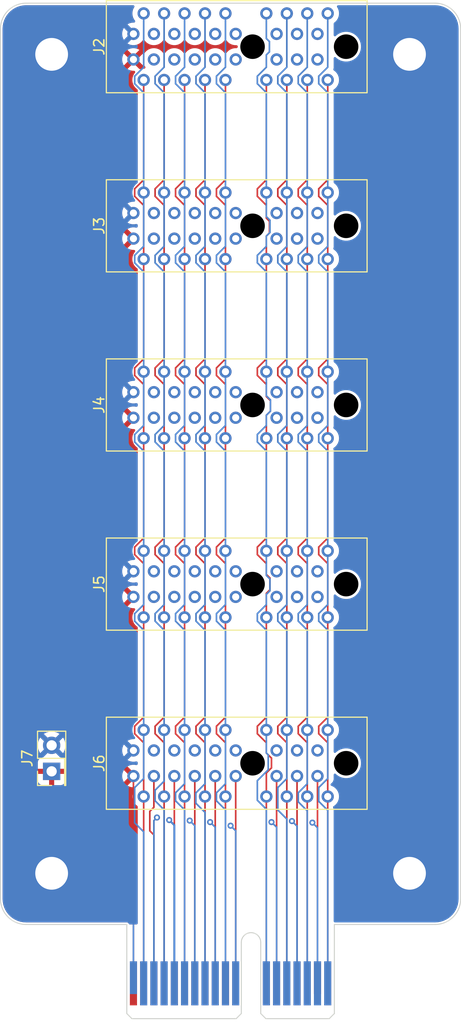
<source format=kicad_pcb>
(kicad_pcb (version 20241229) (generator "pcbnew") (generator_version "9.0")
  (layers (0 "F.Cu" signal) (4 "In1.Cu" signal) (6 "In2.Cu" signal) (2 "B.Cu" signal) (13 "F.Paste" user) (15 "B.Paste" user) (5 "F.SilkS" user "F.Silkscreen") (7 "B.SilkS" user "B.Silkscreen") (1 "F.Mask" user) (3 "B.Mask" user) (25 "Edge.Cuts" user))
  (net 0 "")
  (net 1 "/A14")
  (net 2 "/A7")
  (net 3 "/A1")
  (net 4 "/A15")
  (net 5 "/A11")
  (net 6 "/A3")
  (net 7 "/A6")
  (net 8 "/A10")
  (net 9 "/A9")
  (net 10 "/A12")
  (net 11 "/A4")
  (net 12 "/A2")
  (net 13 "/A8")
  (net 14 "/A0")
  (net 15 "/A13")
  (net 16 "/A5")
  (net 17 "/D1")
  (net 18 "/D4")
  (net 19 "/RST")
  (net 20 "+5V")
  (net 21 "/D2")
  (net 22 "/D3")
  (net 23 "/INT")
  (net 24 "/D0")
  (net 25 "/D7")
  (net 26 "GND")
  (net 27 "/D5")
  (net 28 "/extra")
  (net 29 "/D6")
  (net 30 "/WAIT")
  (net 31 "/IORQ")
  (net 32 "/MREQ")
  (net 33 "/RD")
  (net 34 "/WR")
  (net 35 "/BUSACK")
  (net 36 "/BUSRQ")
  (footprint "PCI-E:PCI-E36P" (layer "F.Cu") (at 152.15 51.75)
    (property "Reference" "J3")
    (property "Value" "3")
  )
  (footprint "PCI-E:PCI-E36P" (layer "F.Cu") (at 152.15 104.25)
    (property "Reference" "J6")
    (property "Value" "6")
  )
  (footprint "MountingHole:MountingHole_3.2mm_M3_Pad" (layer "F.Cu") (at 132.5 115)
    (property "Reference" "H1" (hide yes))
    (property "Value" "MountingHole_Pad" (hide yes))
  )
  (footprint "MountingHole:MountingHole_3.2mm_M3_Pad" (layer "F.Cu") (at 132.5 35)
    (property "Reference" "H4" (hide yes))
    (property "Value" "MountingHole_Pad" (hide yes))
  )
  (footprint "MountingHole:MountingHole_3.2mm_M3_Pad" (layer "F.Cu") (at 167.5 35)
    (property "Reference" "H3" (hide yes))
    (property "Value" "MountingHole_Pad" (hide yes))
  )
  (footprint "PCI-E:PCI-E36P" (layer "F.Cu") (at 152.15 34.25)
    (property "Reference" "J2")
    (property "Value" "2")
  )
  (footprint "PCI-E:PCI-E36P" (layer "F.Cu") (at 152.15 69.25)
    (property "Reference" "J4")
    (property "Value" "4")
  )
  (footprint "MountingHole:MountingHole_3.2mm_M3_Pad" (layer "F.Cu") (at 167.5 115)
    (property "Reference" "H2" (hide yes))
    (property "Value" "MountingHole_Pad" (hide yes))
  )
  (footprint "Connector_PCBEdge:BUS_PCIexpress_x1" (layer "F.Cu") (at 140.5 125.75)
    (property "Reference" "J1" (hide yes))
    (property "Value" "1" (hide yes))
    (fp_line (start -0.65 -4.95) (end -0.65 2.95) (stroke (width 0.1)) (layer "Edge.Cuts"))
    (fp_line (start -0.65 2.95) (end -0.15 3.45) (stroke (width 0.1)) (layer "Edge.Cuts"))
    (fp_line (start -0.15 3.45) (end 10.05 3.45) (stroke (width 0.1)) (layer "Edge.Cuts"))
    (fp_line (start 10.55 -4) (end 10.55 2.95) (stroke (width 0.1)) (layer "Edge.Cuts"))
    (fp_line (start 10.55 2.95) (end 10.05 3.45) (stroke (width 0.1)) (layer "Edge.Cuts"))
    (fp_line (start 12.45 -4) (end 12.45 2.95) (stroke (width 0.1)) (layer "Edge.Cuts"))
    (fp_line (start 12.45 2.95) (end 12.95 3.45) (stroke (width 0.1)) (layer "Edge.Cuts"))
    (fp_line (start 12.95 3.45) (end 19.15 3.45) (stroke (width 0.1)) (layer "Edge.Cuts"))
    (fp_line (start 19.65 -4.95) (end 19.65 2.95) (stroke (width 0.1)) (layer "Edge.Cuts"))
    (fp_line (start 19.65 2.95) (end 19.15 3.45) (stroke (width 0.1)) (layer "Edge.Cuts"))
    (fp_arc (start 10.55 -4) (mid 11.5 -4.95) (end 12.45 -4) (stroke (width 0.1)) (layer "Edge.Cuts"))
  )
  (footprint "Connector_PinHeader_2.54mm:PinHeader_2x01_P2.54mm_Vertical" (layer "F.Cu") (at 132.5 105.04 90)
    (property "Reference" "J7")
    (property "Value" "Conn_01x02")
  )
  (footprint "PCI-E:PCI-E36P" (layer "F.Cu") (at 152.15 86.75)
    (property "Reference" "J5")
    (property "Value" "5")
  )
  (gr_arc (start 170 30) (mid 171.767767 30.732233) (end 172.5 32.5) (stroke (width 0.1)) (layer "Edge.Cuts"))
  (gr_line (start 127.5 32.5) (end 127.5 117.5) (stroke (width 0.1)) (layer "Edge.Cuts"))
  (gr_arc (start 130 120) (mid 128.232233 119.267767) (end 127.5 117.5) (stroke (width 0.1)) (layer "Edge.Cuts"))
  (gr_line (start 139.85 120.8) (end 139.85 120) (stroke (width 0.1)) (layer "Edge.Cuts"))
  (gr_arc (start 127.5 32.5) (mid 128.232233 30.732233) (end 130 30) (stroke (width 0.1)) (layer "Edge.Cuts"))
  (gr_arc (start 172.5 117.5) (mid 171.767767 119.267767) (end 170 120) (stroke (width 0.1)) (layer "Edge.Cuts"))
  (gr_line (start 170 120) (end 160.15 120) (stroke (width 0.1)) (layer "Edge.Cuts"))
  (gr_line (start 160.15 120) (end 160.15 120.8) (stroke (width 0.1)) (layer "Edge.Cuts"))
  (gr_line (start 170 30) (end 130 30) (stroke (width 0.1)) (layer "Edge.Cuts"))
  (gr_line (start 172.5 117.5) (end 172.5 32.5) (stroke (width 0.1)) (layer "Edge.Cuts"))
  (gr_line (start 130 120) (end 139.85 120) (stroke (width 0.1)) (layer "Edge.Cuts"))
  (segment (start 156.619 101.364923) (end 156.619 100.635077) (width 0.16) (layer "F.Cu") (net 1))
  (segment (start 157.5 49.745923) (end 156.619 48.864923) (width 0.16) (layer "F.Cu") (net 1))
  (segment (start 157.5 47.254077) (end 157.5 37.5) (width 0.16) (layer "F.Cu") (net 1))
  (segment (start 156.619 100.635077) (end 157.5 99.754077) (width 0.16) (layer "F.Cu") (net 1))
  (segment (start 157.5 107.5) (end 157.5 125.75) (width 0.16) (layer "F.Cu") (net 1))
  (segment (start 156.619 48.135077) (end 157.5 47.254077) (width 0.16) (layer "F.Cu") (net 1))
  (segment (start 156.619 65.635077) (end 157.5 64.754077) (width 0.16) (layer "F.Cu") (net 1))
  (segment (start 157.5 107.5) (end 157.5 102.245923) (width 0.16) (layer "F.Cu") (net 1))
  (segment (start 156.619 83.135077) (end 157.5 82.254077) (width 0.16) (layer "F.Cu") (net 1))
  (segment (start 157.5 99.754077) (end 157.5 90) (width 0.16) (layer "F.Cu") (net 1))
  (segment (start 156.619 48.864923) (end 156.619 48.135077) (width 0.16) (layer "F.Cu") (net 1))
  (segment (start 157.5 84.745923) (end 156.619 83.864923) (width 0.16) (layer "F.Cu") (net 1))
  (segment (start 157.5 90) (end 157.5 84.745923) (width 0.16) (layer "F.Cu") (net 1))
  (segment (start 157.5 67.245923) (end 156.619 66.364923) (width 0.16) (layer "F.Cu") (net 1))
  (segment (start 156.619 83.864923) (end 156.619 83.135077) (width 0.16) (layer "F.Cu") (net 1))
  (segment (start 157.5 72.5) (end 157.5 67.245923) (width 0.16) (layer "F.Cu") (net 1))
  (segment (start 157.5 82.254077) (end 157.5 72.5) (width 0.16) (layer "F.Cu") (net 1))
  (segment (start 157.5 64.754077) (end 157.5 55) (width 0.16) (layer "F.Cu") (net 1))
  (segment (start 157.5 55) (end 157.5 49.745923) (width 0.16) (layer "F.Cu") (net 1))
  (segment (start 156.619 66.364923) (end 156.619 65.635077) (width 0.16) (layer "F.Cu") (net 1))
  (segment (start 157.5 102.245923) (end 156.619 101.364923) (width 0.16) (layer "F.Cu") (net 1))
  (segment (start 148.5 125.75) (end 148.5 105.5) (width 0.16) (layer "F.Cu") (net 2))
  (segment (start 142.1 108.95) (end 142.1 110.85) (width 0.16) (layer "F.Cu") (net 3))
  (segment (start 142.5 108.55) (end 142.1 108.95) (width 0.16) (layer "F.Cu") (net 3))
  (segment (start 142.1 110.85) (end 142.5 111.25) (width 0.16) (layer "F.Cu") (net 3))
  (segment (start 142.5 105.5) (end 142.5 108.55) (width 0.16) (layer "F.Cu") (net 3))
  (segment (start 142.5 111.25) (end 142.5 125.75) (width 0.16) (layer "F.Cu") (net 3))
  (segment (start 158.5 125.2) (end 158.5 105.5) (width 0.16) (layer "F.Cu") (net 4))
  (segment (start 154.5 105.5) (end 154.5 125.75) (width 0.16) (layer "F.Cu") (net 5))
  (segment (start 144.5 125.75) (end 144.5 105.5) (width 0.16) (layer "F.Cu") (net 6))
  (segment (start 147.5 82.254077) (end 147.5 72.5) (width 0.16) (layer "F.Cu") (net 7))
  (segment (start 146.619 101.364923) (end 146.619 100.635077) (width 0.16) (layer "F.Cu") (net 7))
  (segment (start 146.619 83.864923) (end 146.619 83.135077) (width 0.16) (layer "F.Cu") (net 7))
  (segment (start 147.5 72.5) (end 147.5 67.245923) (width 0.16) (layer "F.Cu") (net 7))
  (segment (start 146.619 48.135077) (end 147.5 47.254077) (width 0.16) (layer "F.Cu") (net 7))
  (segment (start 147.5 64.754077) (end 147.5 55) (width 0.16) (layer "F.Cu") (net 7))
  (segment (start 147.5 99.754077) (end 147.5 90) (width 0.16) (layer "F.Cu") (net 7))
  (segment (start 147.5 90) (end 147.5 84.745923) (width 0.16) (layer "F.Cu") (net 7))
  (segment (start 146.619 100.635077) (end 147.5 99.754077) (width 0.16) (layer "F.Cu") (net 7))
  (segment (start 147.5 107.5) (end 147.5 125.75) (width 0.16) (layer "F.Cu") (net 7))
  (segment (start 147.5 107.5) (end 147.5 102.245923) (width 0.16) (layer "F.Cu") (net 7))
  (segment (start 147.5 67.245923) (end 146.619 66.364923) (width 0.16) (layer "F.Cu") (net 7))
  (segment (start 147.5 47.254077) (end 147.5 37.5) (width 0.16) (layer "F.Cu") (net 7))
  (segment (start 146.619 65.635077) (end 147.5 64.754077) (width 0.16) (layer "F.Cu") (net 7))
  (segment (start 146.619 83.135077) (end 147.5 82.254077) (width 0.16) (layer "F.Cu") (net 7))
  (segment (start 147.5 55) (end 147.5 49.745923) (width 0.16) (layer "F.Cu") (net 7))
  (segment (start 146.619 66.364923) (end 146.619 65.635077) (width 0.16) (layer "F.Cu") (net 7))
  (segment (start 146.619 48.864923) (end 146.619 48.135077) (width 0.16) (layer "F.Cu") (net 7))
  (segment (start 147.5 102.245923) (end 146.619 101.364923) (width 0.16) (layer "F.Cu") (net 7))
  (segment (start 147.5 49.745923) (end 146.619 48.864923) (width 0.16) (layer "F.Cu") (net 7))
  (segment (start 147.5 84.745923) (end 146.619 83.864923) (width 0.16) (layer "F.Cu") (net 7))
  (segment (start 152.619 65.635077) (end 152.619 66.364923) (width 0.16) (layer "F.Cu") (net 8))
  (segment (start 154 103.75) (end 153.5 103.25) (width 0.16) (layer "F.Cu") (net 8))
  (segment (start 153.9 68.8) (end 153.9 69.854077) (width 0.16) (layer "F.Cu") (net 8))
  (segment (start 152.619 48.864923) (end 153.5 49.745923) (width 0.16) (layer "F.Cu") (net 8))
  (segment (start 153.5 55) (end 153.5 64.754077) (width 0.16) (layer "F.Cu") (net 8))
  (segment (start 153.5 52.75) (end 153.5 55) (width 0.16) (layer "F.Cu") (net 8))
  (segment (start 153.85 87.3) (end 153.5 87.65) (width 0.16) (layer "F.Cu") (net 8))
  (segment (start 153.5 70.254077) (end 153.5 72.5) (width 0.16) (layer "F.Cu") (net 8))
  (segment (start 153.5 49.745923) (end 153.5 51) (width 0.16) (layer "F.Cu") (net 8))
  (segment (start 153.5 37.5) (end 153.5 47.254077) (width 0.16) (layer "F.Cu") (net 8))
  (segment (start 152.619 100.635077) (end 153.5 99.754077) (width 0.16) (layer "F.Cu") (net 8))
  (segment (start 153.85 86.15) (end 153.5 85.8) (width 0.16) (layer "F.Cu") (net 8))
  (segment (start 153.5 67.245923) (end 153.5 68.429182) (width 0.16) (layer "F.Cu") (net 8))
  (segment (start 153.5 107.5) (end 153.5 105.2) (width 0.16) (layer "F.Cu") (net 8))
  (segment (start 154 104.7) (end 154 103.75) (width 0.16) (layer "F.Cu") (net 8))
  (segment (start 153.5 105.2) (end 154 104.7) (width 0.16) (layer "F.Cu") (net 8))
  (segment (start 152.619 83.864923) (end 152.619 83.135077) (width 0.16) (layer "F.Cu") (net 8))
  (segment (start 153.5 82.254077) (end 153.5 72.5) (width 0.16) (layer "F.Cu") (net 8))
  (segment (start 153.5 68.429182) (end 153.870818 68.8) (width 0.16) (layer "F.Cu") (net 8))
  (segment (start 153.9 69.854077) (end 153.5 70.254077) (width 0.16) (layer "F.Cu") (net 8))
  (segment (start 153.5 99.754077) (end 153.5 90) (width 0.16) (layer "F.Cu") (net 8))
  (segment (start 153.85 86.15) (end 153.85 87.3) (width 0.16) (layer "F.Cu") (net 8))
  (segment (start 153.5 47.254077) (end 152.619 48.135077) (width 0.16) (layer "F.Cu") (net 8))
  (segment (start 153.8 52.45) (end 153.5 52.75) (width 0.16) (layer "F.Cu") (net 8))
  (segment (start 152.619 101.364923) (end 152.619 100.635077) (width 0.16) (layer "F.Cu") (net 8))
  (segment (start 153.5 102.245923) (end 152.619 101.364923) (width 0.16) (layer "F.Cu") (net 8))
  (segment (start 153.5 85.8) (end 153.5 84.745923) (width 0.16) (layer "F.Cu") (net 8))
  (segment (start 153.5 84.745923) (end 152.619 83.864923) (width 0.16) (layer "F.Cu") (net 8))
  (segment (start 153.8 52.45) (end 153.8 51.3) (width 0.16) (layer "F.Cu") (net 8))
  (segment (start 153.8 51.3) (end 153.5 51) (width 0.16) (layer "F.Cu") (net 8))
  (segment (start 153.5 103.25) (end 153.5 102.245923) (width 0.16) (layer "F.Cu") (net 8))
  (segment (start 153.870818 68.8) (end 153.9 68.8) (width 0.16) (layer "F.Cu") (net 8))
  (segment (start 153.5 90) (end 153.5 87.65) (width 0.16) (layer "F.Cu") (net 8))
  (segment (start 152.619 66.364923) (end 153.5 67.245923) (width 0.16) (layer "F.Cu") (net 8))
  (segment (start 152.619 83.135077) (end 153.5 82.254077) (width 0.16) (layer "F.Cu") (net 8))
  (segment (start 153.5 64.754077) (end 152.619 65.635077) (width 0.16) (layer "F.Cu") (net 8))
  (segment (start 153.5 107.5) (end 153.5 125.75) (width 0.16) (layer "F.Cu") (net 8))
  (segment (start 152.619 48.135077) (end 152.619 48.864923) (width 0.16) (layer "F.Cu") (net 8))
  (segment (start 150.5 125.75) (end 150.5 105.5) (width 0.16) (layer "F.Cu") (net 9))
  (segment (start 155.5 47.254077) (end 155.5 37.5) (width 0.16) (layer "F.Cu") (net 10))
  (segment (start 154.619 65.635077) (end 155.5 64.754077) (width 0.16) (layer "F.Cu") (net 10))
  (segment (start 155.5 125.75) (end 155.5 107.5) (width 0.16) (layer "F.Cu") (net 10))
  (segment (start 155.5 102.245923) (end 154.619 101.364923) (width 0.16) (layer "F.Cu") (net 10))
  (segment (start 155.5 72.5) (end 155.5 67.245923) (width 0.16) (layer "F.Cu") (net 10))
  (segment (start 154.619 48.135077) (end 155.5 47.254077) (width 0.16) (layer "F.Cu") (net 10))
  (segment (start 155.5 90) (end 155.5 84.745923) (width 0.16) (layer "F.Cu") (net 10))
  (segment (start 155.5 67.245923) (end 154.619 66.364923) (width 0.16) (layer "F.Cu") (net 10))
  (segment (start 155.5 84.745923) (end 154.619 83.864923) (width 0.16) (layer "F.Cu") (net 10))
  (segment (start 155.5 55) (end 155.5 49.745923) (width 0.16) (layer "F.Cu") (net 10))
  (segment (start 154.619 101.364923) (end 154.619 100.635077) (width 0.16) (layer "F.Cu") (net 10))
  (segment (start 155.5 107.5) (end 155.5 102.245923) (width 0.16) (layer "F.Cu") (net 10))
  (segment (start 154.619 100.635077) (end 155.5 99.754077) (width 0.16) (layer "F.Cu") (net 10))
  (segment (start 155.5 99.754077) (end 155.5 90) (width 0.16) (layer "F.Cu") (net 10))
  (segment (start 154.619 83.135077) (end 155.5 82.254077) (width 0.16) (layer "F.Cu") (net 10))
  (segment (start 154.619 66.364923) (end 154.619 65.635077) (width 0.16) (layer "F.Cu") (net 10))
  (segment (start 155.5 49.745923) (end 154.619 48.864923) (width 0.16) (layer "F.Cu") (net 10))
  (segment (start 155.5 82.254077) (end 155.5 72.5) (width 0.16) (layer "F.Cu") (net 10))
  (segment (start 154.619 48.864923) (end 154.619 48.135077) (width 0.16) (layer "F.Cu") (net 10))
  (segment (start 155.5 64.754077) (end 155.5 55) (width 0.16) (layer "F.Cu") (net 10))
  (segment (start 154.619 83.864923) (end 154.619 83.135077) (width 0.16) (layer "F.Cu") (net 10))
  (segment (start 145.5 55) (end 145.5 49.745923) (width 0.16) (layer "F.Cu") (net 11))
  (segment (start 144.619 101.364923) (end 144.619 100.635077) (width 0.16) (layer "F.Cu") (net 11))
  (segment (start 145.5 102.245923) (end 144.619 101.364923) (width 0.16) (layer "F.Cu") (net 11))
  (segment (start 144.619 65.635077) (end 145.5 64.754077) (width 0.16) (layer "F.Cu") (net 11))
  (segment (start 145.5 49.745923) (end 144.619 48.864923) (width 0.16) (layer "F.Cu") (net 11))
  (segment (start 145.5 99.754077) (end 145.5 90) (width 0.16) (layer "F.Cu") (net 11))
  (segment (start 145.5 64.754077) (end 145.5 55) (width 0.16) (layer "F.Cu") (net 11))
  (segment (start 145.5 84.745923) (end 144.619 83.864923) (width 0.16) (layer "F.Cu") (net 11))
  (segment (start 145.5 67.245923) (end 144.619 66.364923) (width 0.16) (layer "F.Cu") (net 11))
  (segment (start 145.5 47.254077) (end 145.5 37.5) (width 0.16) (layer "F.Cu") (net 11))
  (segment (start 144.619 83.864923) (end 144.619 83.135077) (width 0.16) (layer "F.Cu") (net 11))
  (segment (start 145.5 125.75) (end 145.5 107.5) (width 0.16) (layer "F.Cu") (net 11))
  (segment (start 144.619 48.135077) (end 145.5 47.254077) (width 0.16) (layer "F.Cu") (net 11))
  (segment (start 144.619 66.364923) (end 144.619 65.635077) (width 0.16) (layer "F.Cu") (net 11))
  (segment (start 145.5 107.5) (end 145.5 102.245923) (width 0.16) (layer "F.Cu") (net 11))
  (segment (start 144.619 100.635077) (end 145.5 99.754077) (width 0.16) (layer "F.Cu") (net 11))
  (segment (start 145.5 90) (end 145.5 84.745923) (width 0.16) (layer "F.Cu") (net 11))
  (segment (start 145.5 72.5) (end 145.5 67.245923) (width 0.16) (layer "F.Cu") (net 11))
  (segment (start 144.619 48.864923) (end 144.619 48.135077) (width 0.16) (layer "F.Cu") (net 11))
  (segment (start 145.5 82.254077) (end 145.5 72.5) (width 0.16) (layer "F.Cu") (net 11))
  (segment (start 144.619 83.135077) (end 145.5 82.254077) (width 0.16) (layer "F.Cu") (net 11))
  (segment (start 143.5 90) (end 143.5 84.745923) (width 0.16) (layer "F.Cu") (net 12))
  (segment (start 143.5 72.5) (end 143.5 67.245923) (width 0.16) (layer "F.Cu") (net 12))
  (segment (start 143.5 107.5) (end 143.5 125.75) (width 0.16) (layer "F.Cu") (net 12))
  (segment (start 142.619 66.364923) (end 142.619 65.635077) (width 0.16) (layer "F.Cu") (net 12))
  (segment (start 143.5 107.5) (end 143.5 102.245923) (width 0.16) (layer "F.Cu") (net 12))
  (segment (start 143.5 99.754077) (end 143.5 90) (width 0.16) (layer "F.Cu") (net 12))
  (segment (start 142.619 48.135077) (end 143.5 47.254077) (width 0.16) (layer "F.Cu") (net 12))
  (segment (start 143.5 55) (end 143.5 49.745923) (width 0.16) (layer "F.Cu") (net 12))
  (segment (start 143.5 47.254077) (end 143.5 37.5) (width 0.16) (layer "F.Cu") (net 12))
  (segment (start 143.5 64.754077) (end 143.5 55) (width 0.16) (layer "F.Cu") (net 12))
  (segment (start 143.5 84.745923) (end 142.619 83.864923) (width 0.16) (layer "F.Cu") (net 12))
  (segment (start 142.619 83.864923) (end 142.619 83.135077) (width 0.16) (layer "F.Cu") (net 12))
  (segment (start 143.5 49.745923) (end 142.619 48.864923) (width 0.16) (layer "F.Cu") (net 12))
  (segment (start 143.5 82.254077) (end 143.5 72.5) (width 0.16) (layer "F.Cu") (net 12))
  (segment (start 142.619 48.864923) (end 142.619 48.135077) (width 0.16) (layer "F.Cu") (net 12))
  (segment (start 142.619 101.364923) (end 142.619 100.635077) (width 0.16) (layer "F.Cu") (net 12))
  (segment (start 142.619 83.135077) (end 143.5 82.254077) (width 0.16) (layer "F.Cu") (net 12))
  (segment (start 143.5 102.245923) (end 142.619 101.364923) (width 0.16) (layer "F.Cu") (net 12))
  (segment (start 142.619 100.635077) (end 143.5 99.754077) (width 0.16) (layer "F.Cu") (net 12))
  (segment (start 143.5 67.245923) (end 142.619 66.364923) (width 0.16) (layer "F.Cu") (net 12))
  (segment (start 142.619 65.635077) (end 143.5 64.754077) (width 0.16) (layer "F.Cu") (net 12))
  (segment (start 149.5 67.245923) (end 148.619 66.364923) (width 0.16) (layer "F.Cu") (net 13))
  (segment (start 148.619 83.864923) (end 148.619 83.135077) (width 0.16) (layer "F.Cu") (net 13))
  (segment (start 149.5 64.754077) (end 149.5 55) (width 0.16) (layer "F.Cu") (net 13))
  (segment (start 149.5 49.745923) (end 148.619 48.864923) (width 0.16) (layer "F.Cu") (net 13))
  (segment (start 149.5 82.254077) (end 149.5 72.5) (width 0.16) (layer "F.Cu") (net 13))
  (segment (start 149.5 55) (end 149.5 49.745923) (width 0.16) (layer "F.Cu") (net 13))
  (segment (start 148.619 66.364923) (end 148.619 65.635077) (width 0.16) (layer "F.Cu") (net 13))
  (segment (start 149.5 99.754077) (end 149.5 90) (width 0.16) (layer "F.Cu") (net 13))
  (segment (start 148.619 100.635077) (end 149.5 99.754077) (width 0.16) (layer "F.Cu") (net 13))
  (segment (start 149.5 102.245923) (end 148.619 101.364923) (width 0.16) (layer "F.Cu") (net 13))
  (segment (start 149.5 125.75) (end 149.5 107.5) (width 0.16) (layer "F.Cu") (net 13))
  (segment (start 149.5 90) (end 149.5 84.745923) (width 0.16) (layer "F.Cu") (net 13))
  (segment (start 149.5 84.745923) (end 148.619 83.864923) (width 0.16) (layer "F.Cu") (net 13))
  (segment (start 149.5 47.254077) (end 149.5 37.5) (width 0.16) (layer "F.Cu") (net 13))
  (segment (start 148.619 83.135077) (end 149.5 82.254077) (width 0.16) (layer "F.Cu") (net 13))
  (segment (start 149.5 107.5) (end 149.5 102.245923) (width 0.16) (layer "F.Cu") (net 13))
  (segment (start 148.619 48.864923) (end 148.619 48.135077) (width 0.16) (layer "F.Cu") (net 13))
  (segment (start 148.619 48.135077) (end 149.5 47.254077) (width 0.16) (layer "F.Cu") (net 13))
  (segment (start 148.619 65.635077) (end 149.5 64.754077) (width 0.16) (layer "F.Cu") (net 13))
  (segment (start 148.619 101.364923) (end 148.619 100.635077) (width 0.16) (layer "F.Cu") (net 13))
  (segment (start 149.5 72.5) (end 149.5 67.245923) (width 0.16) (layer "F.Cu") (net 13))
  (segment (start 141.5 49.745923) (end 140.619 48.864923) (width 0.16) (layer "F.Cu") (net 14))
  (segment (start 141.5 47.254077) (end 141.5 37.5) (width 0.16) (layer "F.Cu") (net 14))
  (segment (start 141.5 82.254077) (end 141.5 72.5) (width 0.16) (layer "F.Cu") (net 14))
  (segment (start 141.5 125.75) (end 141.5 107.5) (width 0.16) (layer "F.Cu") (net 14))
  (segment (start 141.5 107.5) (end 141.5 102.245923) (width 0.16) (layer "F.Cu") (net 14))
  (segment (start 140.619 101.364923) (end 140.619 100.635077) (width 0.16) (layer "F.Cu") (net 14))
  (segment (start 141.5 64.754077) (end 141.5 55) (width 0.16) (layer "F.Cu") (net 14))
  (segment (start 140.619 66.364923) (end 140.619 65.635077) (width 0.16) (layer "F.Cu") (net 14))
  (segment (start 141.5 55) (end 141.5 49.745923) (width 0.16) (layer "F.Cu") (net 14))
  (segment (start 140.619 100.635077) (end 141.5 99.754077) (width 0.16) (layer "F.Cu") (net 14))
  (segment (start 141.5 84.745923) (end 140.619 83.864923) (width 0.16) (layer "F.Cu") (net 14))
  (segment (start 140.619 83.135077) (end 141.5 82.254077) (width 0.16) (layer "F.Cu") (net 14))
  (segment (start 140.619 48.864923) (end 140.619 48.135077) (width 0.16) (layer "F.Cu") (net 14))
  (segment (start 140.619 83.864923) (end 140.619 83.135077) (width 0.16) (layer "F.Cu") (net 14))
  (segment (start 140.619 48.135077) (end 141.5 47.254077) (width 0.16) (layer "F.Cu") (net 14))
  (segment (start 141.5 67.245923) (end 140.619 66.364923) (width 0.16) (layer "F.Cu") (net 14))
  (segment (start 141.5 90) (end 141.5 84.745923) (width 0.16) (layer "F.Cu") (net 14))
  (segment (start 141.5 72.5) (end 141.5 67.245923) (width 0.16) (layer "F.Cu") (net 14))
  (segment (start 140.619 65.635077) (end 141.5 64.754077) (width 0.16) (layer "F.Cu") (net 14))
  (segment (start 141.5 99.754077) (end 141.5 90) (width 0.16) (layer "F.Cu") (net 14))
  (segment (start 141.5 102.245923) (end 140.619 101.364923) (width 0.16) (layer "F.Cu") (net 14))
  (segment (start 156.5 125.75) (end 156.5 105.5) (width 0.16) (layer "F.Cu") (net 15))
  (segment (start 146.5 105.5) (end 146.5 125.75) (width 0.16) (layer "F.Cu") (net 16))
  (via (at 142.8 109.55) (size 0.6) (drill 0.3) (layers "F.Cu" "B.Cu") (net 17))
  (segment (start 142.5 125.75) (end 142.5 109.85) (width 0.16) (layer "B.Cu") (net 17))
  (segment (start 142.5 109.85) (end 142.8 109.55) (width 0.16) (layer "B.Cu") (net 17))
  (segment (start 144.619 54.635077) (end 145.5 53.754078) (width 0.16) (layer "B.Cu") (net 18))
  (segment (start 144.619 72.864923) (end 144.619 72.135077) (width 0.16) (layer "B.Cu") (net 18))
  (segment (start 145.5 106.254077) (end 144.619 107.135077) (width 0.16) (layer "B.Cu") (net 18))
  (segment (start 145.5 101) (end 145.5 106.254077) (width 0.16) (layer "B.Cu") (net 18))
  (segment (start 145.5 108.8) (end 145.5 125.75) (width 0.16) (layer "B.Cu") (net 18))
  (segment (start 144.619 90.364923) (end 144.619 89.635077) (width 0.16) (layer "B.Cu") (net 18))
  (segment (start 144.619 89.635077) (end 145.5 88.754078) (width 0.16) (layer "B.Cu") (net 18))
  (segment (start 144.619 72.135077) (end 145.5 71.254078) (width 0.16) (layer "B.Cu") (net 18))
  (segment (start 145.5 71.254078) (end 145.5 66) (width 0.16) (layer "B.Cu") (net 18))
  (segment (start 145.5 53.754078) (end 145.5 48.5) (width 0.16) (layer "B.Cu") (net 18))
  (segment (start 144.619 55.364923) (end 144.619 54.635077) (width 0.16) (layer "B.Cu") (net 18))
  (segment (start 145.5 83.5) (end 145.5 73.745923) (width 0.16) (layer "B.Cu") (net 18))
  (segment (start 145.5 91.245923) (end 144.619 90.364923) (width 0.16) (layer "B.Cu") (net 18))
  (segment (start 145.5 101) (end 145.5 91.245923) (width 0.16) (layer "B.Cu") (net 18))
  (segment (start 145.5 73.745923) (end 144.619 72.864923) (width 0.16) (layer "B.Cu") (net 18))
  (segment (start 144.619 37.135077) (end 145.5 36.254078) (width 0.16) (layer "B.Cu") (net 18))
  (segment (start 144.619 107.135077) (end 144.619 107.919) (width 0.16) (layer "B.Cu") (net 18))
  (segment (start 145.5 56.245923) (end 144.619 55.364923) (width 0.16) (layer "B.Cu") (net 18))
  (segment (start 144.619 37.864923) (end 144.619 37.135077) (width 0.16) (layer "B.Cu") (net 18))
  (segment (start 145.5 88.754078) (end 145.5 83.5) (width 0.16) (layer "B.Cu") (net 18))
  (segment (start 145.5 48.5) (end 145.5 38.745923) (width 0.16) (layer "B.Cu") (net 18))
  (segment (start 144.619 107.919) (end 145.5 108.8) (width 0.16) (layer "B.Cu") (net 18))
  (segment (start 145.5 38.745923) (end 144.619 37.864923) (width 0.16) (layer "B.Cu") (net 18))
  (segment (start 145.5 36.254078) (end 145.5 31) (width 0.16) (layer "B.Cu") (net 18))
  (segment (start 145.5 66) (end 145.5 56.245923) (width 0.16) (layer "B.Cu") (net 18))
  (segment (start 158.619 89.635077) (end 159.5 88.754078) (width 0.16) (layer "B.Cu") (net 19))
  (segment (start 159.5 38.745923) (end 158.619 37.864923) (width 0.16) (layer "B.Cu") (net 19))
  (segment (start 159.5 88.754078) (end 159.5 83.5) (width 0.16) (layer "B.Cu") (net 19))
  (segment (start 159.5 105.745923) (end 159.5 101) (width 0.16) (layer "B.Cu") (net 19))
  (segment (start 159.5 53.754078) (end 159.5 48.5) (width 0.16) (layer "B.Cu") (net 19))
  (segment (start 158.619 37.864923) (end 158.619 37.135077) (width 0.16) (layer "B.Cu") (net 19))
  (segment (start 159.5 125.75) (end 159.5 108.85) (width 0.16) (layer "B.Cu") (net 19))
  (segment (start 158.619 72.864923) (end 158.619 72.135077) (width 0.16) (layer "B.Cu") (net 19))
  (segment (start 158.619 54.635077) (end 159.5 53.754078) (width 0.16) (layer "B.Cu") (net 19))
  (segment (start 158.619 106.626923) (end 159.5 105.745923) (width 0.16) (layer "B.Cu") (net 19))
  (segment (start 159.5 36.254078) (end 159.5 31) (width 0.16) (layer "B.Cu") (net 19))
  (segment (start 159.5 108.85) (end 158.619 107.969) (width 0.16) (layer "B.Cu") (net 19))
  (segment (start 159.5 48.5) (end 159.5 38.745923) (width 0.16) (layer "B.Cu") (net 19))
  (segment (start 158.619 72.135077) (end 159.5 71.254078) (width 0.16) (layer "B.Cu") (net 19))
  (segment (start 159.5 73.745923) (end 158.619 72.864923) (width 0.16) (layer "B.Cu") (net 19))
  (segment (start 158.619 37.135077) (end 159.5 36.254078) (width 0.16) (layer "B.Cu") (net 19))
  (segment (start 159.5 66) (end 159.5 56.245923) (width 0.16) (layer "B.Cu") (net 19))
  (segment (start 159.5 101) (end 159.5 91.245923) (width 0.16) (layer "B.Cu") (net 19))
  (segment (start 158.619 107.969) (end 158.619 106.626923) (width 0.16) (layer "B.Cu") (net 19))
  (segment (start 158.619 55.364923) (end 158.619 54.635077) (width 0.16) (layer "B.Cu") (net 19))
  (segment (start 159.5 71.254078) (end 159.5 66) (width 0.16) (layer "B.Cu") (net 19))
  (segment (start 159.5 83.5) (end 159.5 73.745923) (width 0.16) (layer "B.Cu") (net 19))
  (segment (start 159.5 56.245923) (end 158.619 55.364923) (width 0.16) (layer "B.Cu") (net 19))
  (segment (start 159.5 91.245923) (end 158.619 90.364923) (width 0.16) (layer "B.Cu") (net 19))
  (segment (start 158.619 90.364923) (end 158.619 89.635077) (width 0.16) (layer "B.Cu") (net 19))
  (segment (start 140.5 125.75) (end 140.5 105.5) (width 0.16) (layer "F.Cu") (net 20))
  (segment (start 142.619 55.364923) (end 142.619 54.635077) (width 0.16) (layer "B.Cu") (net 21))
  (segment (start 143.5 48.5) (end 143.5 38.745923) (width 0.16) (layer "B.Cu") (net 21))
  (segment (start 143.5 101) (end 143.5 91.245923) (width 0.16) (layer "B.Cu") (net 21))
  (segment (start 142.619 89.635077) (end 143.5 88.754078) (width 0.16) (layer "B.Cu") (net 21))
  (segment (start 143.5 106) (end 142.619 106.881) (width 0.16) (layer "B.Cu") (net 21))
  (segment (start 143.5 83.5) (end 143.5 73.745923) (width 0.16) (layer "B.Cu") (net 21))
  (segment (start 142.619 37.135077) (end 143.5 36.254078) (width 0.16) (layer "B.Cu") (net 21))
  (segment (start 142.619 72.864923) (end 142.619 72.135077) (width 0.16) (layer "B.Cu") (net 21))
  (segment (start 143.5 73.745923) (end 142.619 72.864923) (width 0.16) (layer "B.Cu") (net 21))
  (segment (start 143.5 38.745923) (end 142.619 37.864923) (width 0.16) (layer "B.Cu") (net 21))
  (segment (start 143.5 108.8) (end 143.5 125.75) (width 0.16) (layer "B.Cu") (net 21))
  (segment (start 143.5 53.754078) (end 143.5 48.5) (width 0.16) (layer "B.Cu") (net 21))
  (segment (start 143.5 88.754078) (end 143.5 83.5) (width 0.16) (layer "B.Cu") (net 21))
  (segment (start 143.5 71.254078) (end 143.5 66) (width 0.16) (layer "B.Cu") (net 21))
  (segment (start 143.5 36.254078) (end 143.5 31) (width 0.16) (layer "B.Cu") (net 21))
  (segment (start 143.5 101) (end 143.5 106) (width 0.16) (layer "B.Cu") (net 21))
  (segment (start 143.5 56.245923) (end 142.619 55.364923) (width 0.16) (layer "B.Cu") (net 21))
  (segment (start 143.5 66) (end 143.5 56.245923) (width 0.16) (layer "B.Cu") (net 21))
  (segment (start 142.619 37.864923) (end 142.619 37.135077) (width 0.16) (layer "B.Cu") (net 21))
  (segment (start 143.5 91.245923) (end 142.619 90.364923) (width 0.16) (layer "B.Cu") (net 21))
  (segment (start 142.619 90.364923) (end 142.619 89.635077) (width 0.16) (layer "B.Cu") (net 21))
  (segment (start 142.619 106.881) (end 142.619 107.919) (width 0.16) (layer "B.Cu") (net 21))
  (segment (start 142.619 72.135077) (end 143.5 71.254078) (width 0.16) (layer "B.Cu") (net 21))
  (segment (start 142.619 107.919) (end 143.5 108.8) (width 0.16) (layer "B.Cu") (net 21))
  (segment (start 142.619 54.635077) (end 143.5 53.754078) (width 0.16) (layer "B.Cu") (net 21))
  (via (at 144 109.8) (size 0.6) (drill 0.3) (layers "F.Cu" "B.Cu") (net 22))
  (segment (start 144.5 125.75) (end 144.45 125.7) (width 0.2) (layer "B.Cu") (net 22))
  (segment (start 144.5 110.3) (end 144 109.8) (width 0.2) (layer "B.Cu") (net 22))
  (segment (start 144.5 125.75) (end 144.5 110.3) (width 0.2) (layer "B.Cu") (net 22))
  (segment (start 148.619 107.135077) (end 148.619 107.919) (width 0.16) (layer "B.Cu") (net 23))
  (segment (start 148.619 90.364923) (end 148.619 89.635077) (width 0.16) (layer "B.Cu") (net 23))
  (segment (start 148.619 107.919) (end 149.5 108.8) (width 0.16) (layer "B.Cu") (net 23))
  (segment (start 149.5 88.754078) (end 149.5 83.5) (width 0.16) (layer "B.Cu") (net 23))
  (segment (start 148.619 37.135077) (end 149.5 36.254078) (width 0.16) (layer "B.Cu") (net 23))
  (segment (start 148.619 72.135077) (end 149.5 71.254078) (width 0.16) (layer "B.Cu") (net 23))
  (segment (start 148.619 55.364923) (end 148.619 54.635077) (width 0.16) (layer "B.Cu") (net 23))
  (segment (start 149.5 108.8) (end 149.5 125.75) (width 0.16) (layer "B.Cu") (net 23))
  (segment (start 149.5 83.5) (end 149.5 73.745923) (width 0.16) (layer "B.Cu") (net 23))
  (segment (start 149.5 56.245923) (end 148.619 55.364923) (width 0.16) (layer "B.Cu") (net 23))
  (segment (start 149.5 66) (end 149.5 56.245923) (width 0.16) (layer "B.Cu") (net 23))
  (segment (start 149.5 48.5) (end 149.5 38.745923) (width 0.16) (layer "B.Cu") (net 23))
  (segment (start 148.619 37.864923) (end 148.619 37.135077) (width 0.16) (layer "B.Cu") (net 23))
  (segment (start 148.619 72.864923) (end 148.619 72.135077) (width 0.16) (layer "B.Cu") (net 23))
  (segment (start 149.5 71.254078) (end 149.5 66) (width 0.16) (layer "B.Cu") (net 23))
  (segment (start 149.5 91.245923) (end 148.619 90.364923) (width 0.16) (layer "B.Cu") (net 23))
  (segment (start 149.5 38.745923) (end 148.619 37.864923) (width 0.16) (layer "B.Cu") (net 23))
  (segment (start 149.5 36.254078) (end 149.5 31) (width 0.16) (layer "B.Cu") (net 23))
  (segment (start 148.619 54.635077) (end 149.5 53.754078) (width 0.16) (layer "B.Cu") (net 23))
  (segment (start 149.5 101) (end 149.5 91.245923) (width 0.16) (layer "B.Cu") (net 23))
  (segment (start 149.5 106.254077) (end 148.619 107.135077) (width 0.16) (layer "B.Cu") (net 23))
  (segment (start 148.619 89.635077) (end 149.5 88.754078) (width 0.16) (layer "B.Cu") (net 23))
  (segment (start 149.5 73.745923) (end 148.619 72.864923) (width 0.16) (layer "B.Cu") (net 23))
  (segment (start 149.5 101) (end 149.5 106.254077) (width 0.16) (layer "B.Cu") (net 23))
  (segment (start 149.5 53.754078) (end 149.5 48.5) (width 0.16) (layer "B.Cu") (net 23))
  (segment (start 141.5 71.254078) (end 141.5 66) (width 0.16) (layer "B.Cu") (net 24))
  (segment (start 141.5 66) (end 141.5 56.245923) (width 0.16) (layer "B.Cu") (net 24))
  (segment (start 140.619 89.635077) (end 141.5 88.754078) (width 0.16) (layer "B.Cu") (net 24))
  (segment (start 141.5 48.5) (end 141.5 38.745923) (width 0.16) (layer "B.Cu") (net 24))
  (segment (start 141.5 73.745923) (end 140.619 72.864923) (width 0.16) (layer "B.Cu") (net 24))
  (segment (start 140.619 110.069) (end 140.619 106.626923) (width 0.16) (layer "B.Cu") (net 24))
  (segment (start 141.5 53.754078) (end 141.5 48.5) (width 0.16) (layer "B.Cu") (net 24))
  (segment (start 140.619 106.626923) (end 141.5 105.745923) (width 0.16) (layer "B.Cu") (net 24))
  (segment (start 141.5 125.75) (end 141.5 110.95) (width 0.16) (layer "B.Cu") (net 24))
  (segment (start 141.5 101) (end 141.5 91.245923) (width 0.16) (layer "B.Cu") (net 24))
  (segment (start 140.619 72.864923) (end 140.619 72.135077) (width 0.16) (layer "B.Cu") (net 24))
  (segment (start 140.619 37.135077) (end 141.5 36.254078) (width 0.16) (layer "B.Cu") (net 24))
  (segment (start 141.5 110.95) (end 140.619 110.069) (width 0.16) (layer "B.Cu") (net 24))
  (segment (start 141.5 105.745923) (end 141.5 101) (width 0.16) (layer "B.Cu") (net 24))
  (segment (start 141.5 38.745923) (end 140.619 37.864923) (width 0.16) (layer "B.Cu") (net 24))
  (segment (start 141.5 91.245923) (end 140.619 90.364923) (width 0.16) (layer "B.Cu") (net 24))
  (segment (start 140.619 72.135077) (end 141.5 71.254078) (width 0.16) (layer "B.Cu") (net 24))
  (segment (start 140.619 54.635077) (end 141.5 53.754078) (width 0.16) (layer "B.Cu") (net 24))
  (segment (start 140.619 90.364923) (end 140.619 89.635077) (width 0.16) (layer "B.Cu") (net 24))
  (segment (start 141.5 88.754078) (end 141.5 83.5) (width 0.16) (layer "B.Cu") (net 24))
  (segment (start 141.5 83.5) (end 141.5 73.745923) (width 0.16) (layer "B.Cu") (net 24))
  (segment (start 140.619 55.364923) (end 140.619 54.635077) (width 0.16) (layer "B.Cu") (net 24))
  (segment (start 141.5 56.245923) (end 140.619 55.364923) (width 0.16) (layer "B.Cu") (net 24))
  (segment (start 141.5 36.254078) (end 141.5 31) (width 0.16) (layer "B.Cu") (net 24))
  (segment (start 140.619 37.864923) (end 140.619 37.135077) (width 0.16) (layer "B.Cu") (net 24))
  (via (at 148 110) (size 0.6) (drill 0.3) (layers "F.Cu" "B.Cu") (net 25))
  (segment (start 148.5 110.5) (end 148 110) (width 0.16) (layer "B.Cu") (net 25))
  (segment (start 148.5 125.75) (end 148.5 110.5) (width 0.16) (layer "B.Cu") (net 25))
  (segment (start 140.5 125.2) (end 140.5 117.85) (width 0.16) (layer "B.Cu") (net 26))
  (segment (start 137.65 115) (end 132.5 115) (width 0.16) (layer "B.Cu") (net 26))
  (segment (start 140.5 117.85) (end 137.65 115) (width 0.16) (layer "B.Cu") (net 26))
  (via (at 146 109.85) (size 0.6) (drill 0.3) (layers "F.Cu" "B.Cu") (net 27))
  (segment (start 146.5 125.75) (end 146.5 110.35) (width 0.16) (layer "B.Cu") (net 27))
  (segment (start 146.5 110.35) (end 146 109.85) (width 0.16) (layer "B.Cu") (net 27))
  (segment (start 159.5 84.745923) (end 158.619 83.864923) (width 0.16) (layer "F.Cu") (net 28))
  (segment (start 158.619 48.864923) (end 158.619 48.135077) (width 0.16) (layer "F.Cu") (net 28))
  (segment (start 159.5 67.245923) (end 158.619 66.364923) (width 0.16) (layer "F.Cu") (net 28))
  (segment (start 158.619 65.635077) (end 159.5 64.754077) (width 0.16) (layer "F.Cu") (net 28))
  (segment (start 158.619 101.364923) (end 158.619 100.635077) (width 0.16) (layer "F.Cu") (net 28))
  (segment (start 159.5 72.5) (end 159.5 67.245923) (width 0.16) (layer "F.Cu") (net 28))
  (segment (start 159.5 82.254077) (end 159.5 72.5) (width 0.16) (layer "F.Cu") (net 28))
  (segment (start 159.5 102.245923) (end 158.619 101.364923) (width 0.16) (layer "F.Cu") (net 28))
  (segment (start 159.5 90) (end 159.5 84.745923) (width 0.16) (layer "F.Cu") (net 28))
  (segment (start 159.5 47.254077) (end 159.5 37.5) (width 0.16) (layer "F.Cu") (net 28))
  (segment (start 159.5 99.754077) (end 159.5 90) (width 0.16) (layer "F.Cu") (net 28))
  (segment (start 158.619 83.135077) (end 159.5 82.254077) (width 0.16) (layer "F.Cu") (net 28))
  (segment (start 159.5 49.745923) (end 158.619 48.864923) (width 0.16) (layer "F.Cu") (net 28))
  (segment (start 159.5 64.754077) (end 159.5 55) (width 0.16) (layer "F.Cu") (net 28))
  (segment (start 158.619 48.135077) (end 159.5 47.254077) (width 0.16) (layer "F.Cu") (net 28))
  (segment (start 158.619 66.364923) (end 158.619 65.635077) (width 0.16) (layer "F.Cu") (net 28))
  (segment (start 159.5 55) (end 159.5 49.745923) (width 0.16) (layer "F.Cu") (net 28))
  (segment (start 158.619 83.864923) (end 158.619 83.135077) (width 0.16) (layer "F.Cu") (net 28))
  (segment (start 159.5 107.5) (end 159.5 102.245923) (width 0.16) (layer "F.Cu") (net 28))
  (segment (start 159.5 125.75) (end 159.5 107.5) (width 0.16) (layer "F.Cu") (net 28))
  (segment (start 158.619 100.635077) (end 159.5 99.754077) (width 0.16) (layer "F.Cu") (net 28))
  (segment (start 146.619 54.635077) (end 147.5 53.754078) (width 0.16) (layer "B.Cu") (net 29))
  (segment (start 147.5 48.5) (end 147.5 38.745923) (width 0.16) (layer "B.Cu") (net 29))
  (segment (start 147.5 66) (end 147.5 56.245923) (width 0.16) (layer "B.Cu") (net 29))
  (segment (start 146.619 37.864923) (end 146.619 37.135077) (width 0.16) (layer "B.Cu") (net 29))
  (segment (start 147.5 109.05) (end 147.5 125.75) (width 0.16) (layer "B.Cu") (net 29))
  (segment (start 147.5 56.245923) (end 146.619 55.364923) (width 0.16) (layer "B.Cu") (net 29))
  (segment (start 146.619 72.864923) (end 146.619 72.135077) (width 0.16) (layer "B.Cu") (net 29))
  (segment (start 147.5 101) (end 147.5 91.245923) (width 0.16) (layer "B.Cu") (net 29))
  (segment (start 146.619 72.135077) (end 147.5 71.254078) (width 0.16) (layer "B.Cu") (net 29))
  (segment (start 147.5 88.754078) (end 147.5 83.5) (width 0.16) (layer "B.Cu") (net 29))
  (segment (start 146.619 89.635077) (end 147.5 88.754078) (width 0.16) (layer "B.Cu") (net 29))
  (segment (start 146.6 107.154077) (end 146.6 108.15) (width 0.16) (layer "B.Cu") (net 29))
  (segment (start 147.5 36.254078) (end 147.5 31) (width 0.16) (layer "B.Cu") (net 29))
  (segment (start 147.5 71.254078) (end 147.5 66) (width 0.16) (layer "B.Cu") (net 29))
  (segment (start 146.6 108.15) (end 147.5 109.05) (width 0.16) (layer "B.Cu") (net 29))
  (segment (start 147.5 38.745923) (end 146.619 37.864923) (width 0.16) (layer "B.Cu") (net 29))
  (segment (start 146.619 37.135077) (end 147.5 36.254078) (width 0.16) (layer "B.Cu") (net 29))
  (segment (start 147.5 106.254077) (end 146.6 107.154077) (width 0.16) (layer "B.Cu") (net 29))
  (segment (start 146.619 55.364923) (end 146.619 54.635077) (width 0.16) (layer "B.Cu") (net 29))
  (segment (start 147.5 83.5) (end 147.5 73.745923) (width 0.16) (layer "B.Cu") (net 29))
  (segment (start 146.619 90.364923) (end 146.619 89.635077) (width 0.16) (layer "B.Cu") (net 29))
  (segment (start 147.5 73.745923) (end 146.619 72.864923) (width 0.16) (layer "B.Cu") (net 29))
  (segment (start 147.5 101) (end 147.5 106.254077) (width 0.16) (layer "B.Cu") (net 29))
  (segment (start 147.5 53.754078) (end 147.5 48.5) (width 0.16) (layer "B.Cu") (net 29))
  (segment (start 147.5 91.245923) (end 146.619 90.364923) (width 0.16) (layer "B.Cu") (net 29))
  (via (at 150 110.35) (size 0.6) (drill 0.3) (layers "F.Cu" "B.Cu") (net 30))
  (segment (start 150.5 110.85) (end 150 110.35) (width 0.16) (layer "B.Cu") (net 30))
  (segment (start 150.5 125.75) (end 150.5 110.85) (width 0.16) (layer "B.Cu") (net 30))
  (via (at 158 110.05) (size 0.6) (drill 0.3) (layers "F.Cu" "B.Cu") (net 31))
  (segment (start 158.5 110.55) (end 158 110.05) (width 0.16) (layer "B.Cu") (net 31))
  (segment (start 158.5 125.75) (end 158.5 110.55) (width 0.16) (layer "B.Cu") (net 31))
  (segment (start 156.619 55.364923) (end 156.619 54.635077) (width 0.16) (layer "B.Cu") (net 32))
  (segment (start 157.5 125.75) (end 157.5 108.9) (width 0.16) (layer "B.Cu") (net 32))
  (segment (start 156.619 72.135077) (end 157.5 71.254078) (width 0.16) (layer "B.Cu") (net 32))
  (segment (start 157.5 83.5) (end 157.5 73.745923) (width 0.16) (layer "B.Cu") (net 32))
  (segment (start 157.5 56.245923) (end 156.619 55.364923) (width 0.16) (layer "B.Cu") (net 32))
  (segment (start 156.619 37.864923) (end 156.619 37.135077) (width 0.16) (layer "B.Cu") (net 32))
  (segment (start 157.5 91.245923) (end 156.619 90.364923) (width 0.16) (layer "B.Cu") (net 32))
  (segment (start 156.619 89.635077) (end 157.5 88.754078) (width 0.16) (layer "B.Cu") (net 32))
  (segment (start 157.5 88.754078) (end 157.5 83.5) (width 0.16) (layer "B.Cu") (net 32))
  (segment (start 156.619 108.019) (end 156.619 107.135077) (width 0.16) (layer "B.Cu") (net 32))
  (segment (start 157.5 48.5) (end 157.5 38.745923) (width 0.16) (layer "B.Cu") (net 32))
  (segment (start 156.619 90.364923) (end 156.619 89.635077) (width 0.16) (layer "B.Cu") (net 32))
  (segment (start 157.5 101) (end 157.5 91.245923) (width 0.16) (layer "B.Cu") (net 32))
  (segment (start 156.619 72.864923) (end 156.619 72.135077) (width 0.16) (layer "B.Cu") (net 32))
  (segment (start 157.5 73.745923) (end 156.619 72.864923) (width 0.16) (layer "B.Cu") (net 32))
  (segment (start 157.5 71.254078) (end 157.5 66) (width 0.16) (layer "B.Cu") (net 32))
  (segment (start 157.5 38.745923) (end 156.619 37.864923) (width 0.16) (layer "B.Cu") (net 32))
  (segment (start 156.619 54.635077) (end 157.5 53.754078) (width 0.16) (layer "B.Cu") (net 32))
  (segment (start 157.5 36.254078) (end 157.5 31) (width 0.16) (layer "B.Cu") (net 32))
  (segment (start 157.5 53.754078) (end 157.5 48.5) (width 0.16) (layer "B.Cu") (net 32))
  (segment (start 156.619 107.135077) (end 157.5 106.254077) (width 0.16) (layer "B.Cu") (net 32))
  (segment (start 157.5 106.254077) (end 157.5 101) (width 0.16) (layer "B.Cu") (net 32))
  (segment (start 157.5 66) (end 157.5 56.245923) (width 0.16) (layer "B.Cu") (net 32))
  (segment (start 157.5 108.9) (end 156.619 108.019) (width 0.16) (layer "B.Cu") (net 32))
  (segment (start 156.619 37.135077) (end 157.5 36.254078) (width 0.16) (layer "B.Cu") (net 32))
  (segment (start 155.5 56.245923) (end 154.619 55.364923) (width 0.16) (layer "B.Cu") (net 33))
  (segment (start 155.5 105.745923) (end 155.5 101) (width 0.16) (layer "B.Cu") (net 33))
  (segment (start 154.619 54.635077) (end 155.5 53.754078) (width 0.16) (layer "B.Cu") (net 33))
  (segment (start 155.5 125.75) (end 155.5 109.7) (width 0.16) (layer "B.Cu") (net 33))
  (segment (start 154.619 37.864923) (end 154.619 37.135077) (width 0.16) (layer "B.Cu") (net 33))
  (segment (start 155.5 91.245923) (end 154.619 90.364923) (width 0.16) (layer "B.Cu") (net 33))
  (segment (start 154.619 89.635077) (end 155.5 88.754078) (width 0.16) (layer "B.Cu") (net 33))
  (segment (start 154.619 108.819) (end 154.619 106.626923) (width 0.16) (layer "B.Cu") (net 33))
  (segment (start 155.5 48.5) (end 155.5 38.745923) (width 0.16) (layer "B.Cu") (net 33))
  (segment (start 155.5 101) (end 155.5 91.245923) (width 0.16) (layer "B.Cu") (net 33))
  (segment (start 155.5 66) (end 155.5 56.245923) (width 0.16) (layer "B.Cu") (net 33))
  (segment (start 154.619 90.364923) (end 154.619 89.635077) (width 0.16) (layer "B.Cu") (net 33))
  (segment (start 155.5 53.754078) (end 155.5 48.5) (width 0.16) (layer "B.Cu") (net 33))
  (segment (start 155.5 38.745923) (end 154.619 37.864923) (width 0.16) (layer "B.Cu") (net 33))
  (segment (start 155.5 109.7) (end 154.619 108.819) (width 0.16) (layer "B.Cu") (net 33))
  (segment (start 154.619 55.364923) (end 154.619 54.635077) (width 0.16) (layer "B.Cu") (net 33))
  (segment (start 154.619 106.626923) (end 155.5 105.745923) (width 0.16) (layer "B.Cu") (net 33))
  (segment (start 155.5 73.745923) (end 154.619 72.864923) (width 0.16) (layer "B.Cu") (net 33))
  (segment (start 154.619 72.135077) (end 155.5 71.254078) (width 0.16) (layer "B.Cu") (net 33))
  (segment (start 155.5 71.254078) (end 155.5 66) (width 0.16) (layer "B.Cu") (net 33))
  (segment (start 154.619 37.135077) (end 155.5 36.254078) (width 0.16) (layer "B.Cu") (net 33))
  (segment (start 155.5 88.754078) (end 155.5 83.5) (width 0.16) (layer "B.Cu") (net 33))
  (segment (start 154.619 72.864923) (end 154.619 72.135077) (width 0.16) (layer "B.Cu") (net 33))
  (segment (start 155.5 83.5) (end 155.5 73.745923) (width 0.16) (layer "B.Cu") (net 33))
  (segment (start 155.5 36.254078) (end 155.5 31) (width 0.16) (layer "B.Cu") (net 33))
  (via (at 156 109.9) (size 0.6) (drill 0.3) (layers "F.Cu" "B.Cu") (net 34))
  (segment (start 156.5 125.75) (end 156.5 110.4) (width 0.16) (layer "B.Cu") (net 34))
  (segment (start 156.5 110.4) (end 156 109.9) (width 0.16) (layer "B.Cu") (net 34))
  (via (at 154 110) (size 0.6) (drill 0.3) (layers "F.Cu" "B.Cu") (net 35))
  (segment (start 154.5 125.75) (end 154.5 110.5) (width 0.16) (layer "B.Cu") (net 35))
  (segment (start 154.5 110.5) (end 154 110) (width 0.16) (layer "B.Cu") (net 35))
  (segment (start 153.5 48.5) (end 153.5 50.85) (width 0.16) (layer "B.Cu") (net 36))
  (segment (start 152.619 107.864923) (end 152.619 105.951818) (width 0.16) (layer "B.Cu") (net 36))
  (segment (start 152.619 105.951818) (end 153.685 104.885818) (width 0.16) (layer "B.Cu") (net 36))
  (segment (start 153.5 88.754078) (end 152.619 89.635077) (width 0.16) (layer "B.Cu") (net 36))
  (segment (start 153.5 35.05) (end 153.5 36.254078) (width 0.16) (layer "B.Cu") (net 36))
  (segment (start 153.85 51.2) (end 153.85 52.4) (width 0.16) (layer "B.Cu") (net 36))
  (segment (start 153.5 91.245923) (end 153.5 101) (width 0.16) (layer "B.Cu") (net 36))
  (segment (start 153.5 103.245923) (end 153.5 101) (width 0.16) (layer "B.Cu") (net 36))
  (segment (start 152.619 72.864923) (end 153.5 73.745923) (width 0.16) (layer "B.Cu") (net 36))
  (segment (start 152.619 72.135077) (end 152.619 72.864923) (width 0.16) (layer "B.Cu") (net 36))
  (segment (start 153.5 87.754078) (end 153.5 88.754078) (width 0.16) (layer "B.Cu") (net 36))
  (segment (start 152.619 37.135077) (end 152.619 37.864923) (width 0.16) (layer "B.Cu") (net 36))
  (segment (start 153.5 68.35) (end 153.9 68.75) (width 0.16) (layer "B.Cu") (net 36))
  (segment (start 152.619 90.364923) (end 153.5 91.245923) (width 0.16) (layer "B.Cu") (net 36))
  (segment (start 152.619 37.864923) (end 153.5 38.745923) (width 0.16) (layer "B.Cu") (net 36))
  (segment (start 153.8 34.75) (end 153.5 35.05) (width 0.16) (layer "B.Cu") (net 36))
  (segment (start 153.5 56.245923) (end 153.5 66) (width 0.16) (layer "B.Cu") (net 36))
  (segment (start 153.85 86.25) (end 153.85 87.404078) (width 0.16) (layer "B.Cu") (net 36))
  (segment (start 153.5 33.45) (end 153.8 33.75) (width 0.16) (layer "B.Cu") (net 36))
  (segment (start 153.85 52.4) (end 153.5 52.75) (width 0.16) (layer "B.Cu") (net 36))
  (segment (start 153.5 108.745923) (end 152.619 107.864923) (width 0.16) (layer "B.Cu") (net 36))
  (segment (start 153.8 33.75) (end 153.8 34.75) (width 0.16) (layer "B.Cu") (net 36))
  (segment (start 153.5 36.254078) (end 152.619 37.135077) (width 0.16) (layer "B.Cu") (net 36))
  (segment (start 153.5 83.5) (end 153.5 85.9) (width 0.16) (layer "B.Cu") (net 36))
  (segment (start 153.5 71.254078) (end 152.619 72.135077) (width 0.16) (layer "B.Cu") (net 36))
  (segment (start 153.85 87.404078) (end 153.5 87.754078) (width 0.16) (layer "B.Cu") (net 36))
  (segment (start 153.5 125.75) (end 153.5 108.745923) (width 0.16) (layer "B.Cu") (net 36))
  (segment (start 153.5 53.754078) (end 152.619 54.635077) (width 0.16) (layer "B.Cu") (net 36))
  (segment (start 152.619 89.635077) (end 152.619 90.364923) (width 0.16) (layer "B.Cu") (net 36))
  (segment (start 152.619 54.635077) (end 152.619 55.364923) (width 0.16) (layer "B.Cu") (net 36))
  (segment (start 153.9 69.854077) (end 153.5 70.254077) (width 0.16) (layer "B.Cu") (net 36))
  (segment (start 153.5 73.745923) (end 153.5 83.5) (width 0.16) (layer "B.Cu") (net 36))
  (segment (start 153.5 66) (end 153.5 68.35) (width 0.16) (layer "B.Cu") (net 36))
  (segment (start 153.685 104.885818) (end 153.685 103.430923) (width 0.16) (layer "B.Cu") (net 36))
  (segment (start 152.619 55.364923) (end 153.5 56.245923) (width 0.16) (layer "B.Cu") (net 36))
  (segment (start 153.5 38.745923) (end 153.5 48.5) (width 0.16) (layer "B.Cu") (net 36))
  (segment (start 153.5 50.85) (end 153.85 51.2) (width 0.16) (layer "B.Cu") (net 36))
  (segment (start 153.9 68.75) (end 153.9 69.854077) (width 0.16) (layer "B.Cu") (net 36))
  (segment (start 153.5 85.9) (end 153.85 86.25) (width 0.16) (layer "B.Cu") (net 36))
  (segment (start 153.5 31) (end 153.5 33.45) (width 0.16) (layer "B.Cu") (net 36))
  (segment (start 153.5 70.254077) (end 153.5 71.254078) (width 0.16) (layer "B.Cu") (net 36))
  (segment (start 153.5 52.75) (end 153.5 53.754078) (width 0.16) (layer "B.Cu") (net 36))
  (segment (start 153.685 103.430923) (end 153.5 103.245923) (width 0.16) (layer "B.Cu") (net 36))
  (zone (net 20) (net_name "+5V") (layer "F.Cu") (priority 1) (connect_pads (clearance 0.5)) (min_thickness 0.25) (fill yes (thermal_gap 0.5) (thermal_bridge_width 0.5))
    (polygon (pts (xy 127.5 120) (xy 127.5 30) (xy 172.5 30) (xy 172.5 120)))
  )
  (zone (net 26) (net_name "GND") (layer "B.Cu") (connect_pads (clearance 0.5)) (min_thickness 0.25) (fill yes (thermal_gap 0.5) (thermal_bridge_width 0.5))
    (polygon (pts (xy 127.5 120) (xy 127.5 30) (xy 172.5 30) (xy 172.5 120)))
  )
)
</source>
